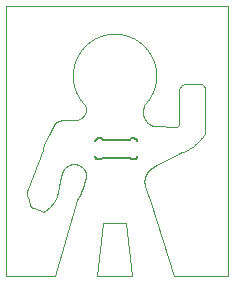
<source format=gbo>
G75*
%MOIN*%
%OFA0B0*%
%FSLAX25Y25*%
%IPPOS*%
%LPD*%
%AMOC8*
5,1,8,0,0,1.08239X$1,22.5*
%
%ADD10C,0.00000*%
%ADD11C,0.00600*%
D10*
X0026000Y0086000D02*
X0026000Y0176000D01*
X0100000Y0176000D01*
X0100000Y0086000D01*
X0082000Y0086000D01*
X0074400Y0110500D01*
X0072900Y0115000D01*
X0072901Y0115000D02*
X0072836Y0115130D01*
X0072774Y0115261D01*
X0072717Y0115394D01*
X0072662Y0115529D01*
X0072612Y0115664D01*
X0072565Y0115802D01*
X0072521Y0115940D01*
X0072482Y0116079D01*
X0072446Y0116220D01*
X0072413Y0116361D01*
X0072385Y0116503D01*
X0072360Y0116646D01*
X0072340Y0116790D01*
X0072323Y0116934D01*
X0072309Y0117078D01*
X0072300Y0117223D01*
X0072295Y0117368D01*
X0072293Y0117513D01*
X0072295Y0117658D01*
X0072301Y0117802D01*
X0072311Y0117947D01*
X0072325Y0118091D01*
X0072343Y0118235D01*
X0072364Y0118379D01*
X0072390Y0118522D01*
X0072419Y0118664D01*
X0072452Y0118805D01*
X0072488Y0118945D01*
X0072529Y0119084D01*
X0072573Y0119222D01*
X0072620Y0119359D01*
X0072672Y0119495D01*
X0072726Y0119629D01*
X0072785Y0119762D01*
X0072847Y0119893D01*
X0072912Y0120022D01*
X0072981Y0120150D01*
X0073053Y0120276D01*
X0073129Y0120399D01*
X0073208Y0120521D01*
X0073290Y0120641D01*
X0073375Y0120758D01*
X0073463Y0120873D01*
X0073555Y0120986D01*
X0073649Y0121096D01*
X0073746Y0121203D01*
X0073846Y0121308D01*
X0073949Y0121411D01*
X0074054Y0121510D01*
X0074162Y0121607D01*
X0074273Y0121701D01*
X0074386Y0121791D01*
X0074501Y0121879D01*
X0074619Y0121964D01*
X0074739Y0122045D01*
X0074861Y0122123D01*
X0074985Y0122198D01*
X0075111Y0122270D01*
X0075239Y0122338D01*
X0075239Y0122339D02*
X0084966Y0127339D01*
X0082776Y0135728D02*
X0075900Y0136000D01*
X0075767Y0136016D01*
X0075634Y0136037D01*
X0075502Y0136062D01*
X0075371Y0136090D01*
X0075241Y0136123D01*
X0075112Y0136159D01*
X0074984Y0136199D01*
X0074857Y0136243D01*
X0074731Y0136291D01*
X0074607Y0136342D01*
X0074485Y0136397D01*
X0074364Y0136455D01*
X0074245Y0136518D01*
X0074128Y0136583D01*
X0074013Y0136652D01*
X0073900Y0136725D01*
X0073789Y0136800D01*
X0073681Y0136879D01*
X0073575Y0136961D01*
X0073471Y0137047D01*
X0073370Y0137135D01*
X0073272Y0137226D01*
X0073176Y0137320D01*
X0073083Y0137417D01*
X0072993Y0137517D01*
X0072907Y0137619D01*
X0072823Y0137724D01*
X0072742Y0137831D01*
X0072665Y0137941D01*
X0072590Y0138053D01*
X0072519Y0138167D01*
X0072452Y0138283D01*
X0072388Y0138401D01*
X0072328Y0138520D01*
X0072271Y0138642D01*
X0072218Y0138765D01*
X0072168Y0138890D01*
X0072122Y0139016D01*
X0072080Y0139143D01*
X0072042Y0139272D01*
X0072007Y0139402D01*
X0071977Y0139532D01*
X0071950Y0139664D01*
X0071927Y0139796D01*
X0071908Y0139929D01*
X0071893Y0140062D01*
X0071882Y0140196D01*
X0071875Y0140330D01*
X0071872Y0140464D01*
X0071873Y0140598D01*
X0071878Y0140733D01*
X0071887Y0140866D01*
X0071900Y0141000D01*
X0072160Y0143055D01*
X0084966Y0127338D02*
X0085328Y0127490D01*
X0085685Y0127651D01*
X0086039Y0127821D01*
X0086388Y0128000D01*
X0086733Y0128187D01*
X0087073Y0128382D01*
X0087409Y0128585D01*
X0087739Y0128797D01*
X0088064Y0129017D01*
X0088384Y0129244D01*
X0088698Y0129480D01*
X0089006Y0129722D01*
X0089308Y0129973D01*
X0089603Y0130230D01*
X0089893Y0130495D01*
X0090176Y0130767D01*
X0090452Y0131046D01*
X0090721Y0131331D01*
X0090983Y0131623D01*
X0091238Y0131921D01*
X0091486Y0132225D01*
X0091726Y0132535D01*
X0091959Y0132851D01*
X0092183Y0133172D01*
X0092400Y0133499D01*
X0092400Y0133500D02*
X0092400Y0148800D01*
X0091567Y0150000D02*
X0085914Y0150000D01*
X0085826Y0149998D01*
X0085739Y0149992D01*
X0085652Y0149983D01*
X0085565Y0149969D01*
X0085479Y0149952D01*
X0085394Y0149931D01*
X0085310Y0149907D01*
X0085227Y0149878D01*
X0085145Y0149846D01*
X0085065Y0149811D01*
X0084987Y0149772D01*
X0084910Y0149730D01*
X0084835Y0149684D01*
X0084762Y0149635D01*
X0084692Y0149583D01*
X0084624Y0149528D01*
X0084558Y0149470D01*
X0084495Y0149409D01*
X0084434Y0149346D01*
X0084377Y0149280D01*
X0084322Y0149211D01*
X0084271Y0149140D01*
X0084222Y0149067D01*
X0084177Y0148992D01*
X0084135Y0148915D01*
X0084097Y0148836D01*
X0084062Y0148756D01*
X0084031Y0148674D01*
X0084003Y0148591D01*
X0083979Y0148506D01*
X0083959Y0148421D01*
X0083942Y0148335D01*
X0083929Y0148248D01*
X0083920Y0148161D01*
X0083915Y0148073D01*
X0083914Y0147986D01*
X0083971Y0139000D01*
X0083739Y0136379D01*
X0083707Y0136319D01*
X0083672Y0136262D01*
X0083633Y0136206D01*
X0083592Y0136153D01*
X0083547Y0136102D01*
X0083500Y0136054D01*
X0083450Y0136009D01*
X0083397Y0135966D01*
X0083343Y0135927D01*
X0083286Y0135891D01*
X0083227Y0135858D01*
X0083166Y0135828D01*
X0083104Y0135802D01*
X0083040Y0135780D01*
X0082975Y0135761D01*
X0082909Y0135746D01*
X0082843Y0135735D01*
X0082776Y0135728D01*
X0092400Y0148800D02*
X0092372Y0148889D01*
X0092340Y0148976D01*
X0092305Y0149062D01*
X0092267Y0149147D01*
X0092225Y0149230D01*
X0092180Y0149311D01*
X0092132Y0149390D01*
X0092080Y0149468D01*
X0092026Y0149543D01*
X0091968Y0149616D01*
X0091908Y0149686D01*
X0091845Y0149755D01*
X0091779Y0149820D01*
X0091711Y0149883D01*
X0091640Y0149943D01*
X0091566Y0150000D01*
X0072159Y0143056D02*
X0072397Y0143299D01*
X0072628Y0143548D01*
X0072853Y0143802D01*
X0073072Y0144062D01*
X0073285Y0144328D01*
X0073491Y0144598D01*
X0073690Y0144873D01*
X0073882Y0145153D01*
X0074068Y0145438D01*
X0074247Y0145727D01*
X0074418Y0146020D01*
X0074582Y0146318D01*
X0074739Y0146619D01*
X0074889Y0146924D01*
X0075031Y0147233D01*
X0075166Y0147545D01*
X0075292Y0147861D01*
X0075412Y0148179D01*
X0075523Y0148500D01*
X0075626Y0148824D01*
X0075722Y0149150D01*
X0075809Y0149478D01*
X0075889Y0149809D01*
X0075960Y0150141D01*
X0076023Y0150475D01*
X0076079Y0150810D01*
X0076125Y0151147D01*
X0076164Y0151484D01*
X0076194Y0151823D01*
X0076217Y0152162D01*
X0076230Y0152502D01*
X0076236Y0152841D01*
X0076233Y0153181D01*
X0076222Y0153521D01*
X0076203Y0153860D01*
X0076175Y0154199D01*
X0076139Y0154537D01*
X0076095Y0154874D01*
X0076043Y0155210D01*
X0075982Y0155544D01*
X0075914Y0155877D01*
X0075837Y0156208D01*
X0075752Y0156537D01*
X0075659Y0156864D01*
X0075558Y0157188D01*
X0075450Y0157510D01*
X0075333Y0157830D01*
X0075209Y0158146D01*
X0075077Y0158459D01*
X0074937Y0158769D01*
X0074790Y0159075D01*
X0074636Y0159378D01*
X0074474Y0159677D01*
X0074305Y0159972D01*
X0074128Y0160262D01*
X0073945Y0160548D01*
X0073755Y0160830D01*
X0073558Y0161107D01*
X0073354Y0161379D01*
X0073144Y0161646D01*
X0072927Y0161907D01*
X0072704Y0162164D01*
X0072474Y0162415D01*
X0072239Y0162660D01*
X0071998Y0162899D01*
X0071751Y0163132D01*
X0071498Y0163360D01*
X0071240Y0163581D01*
X0070976Y0163795D01*
X0070708Y0164004D01*
X0070434Y0164205D01*
X0070156Y0164400D01*
X0069872Y0164588D01*
X0069585Y0164769D01*
X0069293Y0164943D01*
X0068997Y0165109D01*
X0068697Y0165269D01*
X0068393Y0165421D01*
X0068085Y0165566D01*
X0067774Y0165703D01*
X0067460Y0165832D01*
X0067143Y0165954D01*
X0066822Y0166068D01*
X0066500Y0166174D01*
X0066174Y0166272D01*
X0065846Y0166362D01*
X0065517Y0166444D01*
X0065185Y0166518D01*
X0064852Y0166584D01*
X0064517Y0166642D01*
X0064181Y0166692D01*
X0063843Y0166733D01*
X0063505Y0166766D01*
X0063166Y0166791D01*
X0062827Y0166808D01*
X0062487Y0166816D01*
X0062147Y0166816D01*
X0061807Y0166808D01*
X0061468Y0166791D01*
X0061129Y0166766D01*
X0060791Y0166733D01*
X0060453Y0166692D01*
X0060117Y0166642D01*
X0059782Y0166584D01*
X0059449Y0166518D01*
X0059117Y0166444D01*
X0058788Y0166362D01*
X0058460Y0166272D01*
X0058134Y0166174D01*
X0057812Y0166068D01*
X0057491Y0165954D01*
X0057174Y0165832D01*
X0056860Y0165703D01*
X0056549Y0165566D01*
X0056241Y0165421D01*
X0055937Y0165269D01*
X0055637Y0165109D01*
X0055341Y0164943D01*
X0055049Y0164769D01*
X0054762Y0164588D01*
X0054478Y0164400D01*
X0054200Y0164205D01*
X0053926Y0164004D01*
X0053658Y0163795D01*
X0053394Y0163581D01*
X0053136Y0163360D01*
X0052883Y0163132D01*
X0052636Y0162899D01*
X0052395Y0162660D01*
X0052160Y0162415D01*
X0051930Y0162164D01*
X0051707Y0161907D01*
X0051490Y0161646D01*
X0051280Y0161379D01*
X0051076Y0161107D01*
X0050879Y0160830D01*
X0050689Y0160548D01*
X0050506Y0160262D01*
X0050329Y0159972D01*
X0050160Y0159677D01*
X0049998Y0159378D01*
X0049844Y0159075D01*
X0049697Y0158769D01*
X0049557Y0158459D01*
X0049425Y0158146D01*
X0049301Y0157830D01*
X0049184Y0157510D01*
X0049076Y0157188D01*
X0048975Y0156864D01*
X0048882Y0156537D01*
X0048797Y0156208D01*
X0048720Y0155877D01*
X0048652Y0155544D01*
X0048591Y0155210D01*
X0048539Y0154874D01*
X0048495Y0154537D01*
X0048459Y0154199D01*
X0048431Y0153860D01*
X0048412Y0153521D01*
X0048401Y0153181D01*
X0048398Y0152841D01*
X0048404Y0152502D01*
X0048417Y0152162D01*
X0048440Y0151823D01*
X0048470Y0151484D01*
X0048509Y0151147D01*
X0048555Y0150810D01*
X0048611Y0150475D01*
X0048674Y0150141D01*
X0048745Y0149809D01*
X0048825Y0149478D01*
X0048912Y0149150D01*
X0049008Y0148824D01*
X0049111Y0148500D01*
X0049222Y0148179D01*
X0049342Y0147861D01*
X0049468Y0147545D01*
X0049603Y0147233D01*
X0049745Y0146924D01*
X0049895Y0146619D01*
X0050052Y0146318D01*
X0050216Y0146020D01*
X0050387Y0145727D01*
X0050566Y0145438D01*
X0050752Y0145153D01*
X0050944Y0144873D01*
X0051143Y0144598D01*
X0051349Y0144328D01*
X0051562Y0144062D01*
X0051781Y0143802D01*
X0052006Y0143548D01*
X0052237Y0143299D01*
X0052475Y0143056D01*
X0052475Y0143055D02*
X0052900Y0142000D01*
X0052898Y0141874D01*
X0052892Y0141749D01*
X0052882Y0141624D01*
X0052868Y0141499D01*
X0052851Y0141374D01*
X0052829Y0141250D01*
X0052804Y0141127D01*
X0052774Y0141005D01*
X0052741Y0140884D01*
X0052704Y0140764D01*
X0052664Y0140645D01*
X0052619Y0140528D01*
X0052571Y0140411D01*
X0052519Y0140297D01*
X0052464Y0140184D01*
X0052405Y0140073D01*
X0052343Y0139964D01*
X0052277Y0139857D01*
X0052208Y0139752D01*
X0052136Y0139649D01*
X0052061Y0139548D01*
X0051982Y0139450D01*
X0051900Y0139355D01*
X0051816Y0139262D01*
X0051728Y0139172D01*
X0051638Y0139084D01*
X0051545Y0139000D01*
X0051450Y0138918D01*
X0051352Y0138839D01*
X0051251Y0138764D01*
X0051148Y0138692D01*
X0051043Y0138623D01*
X0050936Y0138557D01*
X0050827Y0138495D01*
X0050716Y0138436D01*
X0050603Y0138381D01*
X0050489Y0138329D01*
X0050372Y0138281D01*
X0050255Y0138236D01*
X0050136Y0138196D01*
X0050016Y0138159D01*
X0049895Y0138126D01*
X0049773Y0138096D01*
X0049650Y0138071D01*
X0049526Y0138049D01*
X0049401Y0138032D01*
X0049276Y0138018D01*
X0049151Y0138008D01*
X0049026Y0138002D01*
X0048900Y0138000D01*
X0046023Y0138000D01*
X0042001Y0136521D02*
X0040363Y0133075D01*
X0042001Y0136520D02*
X0042098Y0136620D01*
X0042198Y0136716D01*
X0042300Y0136809D01*
X0042406Y0136900D01*
X0042513Y0136987D01*
X0042623Y0137072D01*
X0042736Y0137153D01*
X0042851Y0137231D01*
X0042968Y0137305D01*
X0043087Y0137376D01*
X0043208Y0137444D01*
X0043331Y0137508D01*
X0043455Y0137569D01*
X0043582Y0137626D01*
X0043710Y0137680D01*
X0043839Y0137729D01*
X0043970Y0137775D01*
X0044102Y0137818D01*
X0044236Y0137856D01*
X0044370Y0137891D01*
X0044505Y0137922D01*
X0044641Y0137948D01*
X0044778Y0137971D01*
X0044915Y0137990D01*
X0045053Y0138005D01*
X0045192Y0138017D01*
X0045330Y0138024D01*
X0045469Y0138027D01*
X0045607Y0138026D01*
X0045746Y0138021D01*
X0045884Y0138012D01*
X0046023Y0138000D01*
X0038426Y0128242D02*
X0033400Y0114929D01*
X0038674Y0107522D02*
X0038879Y0107640D01*
X0039081Y0107762D01*
X0039280Y0107890D01*
X0039477Y0108022D01*
X0039669Y0108159D01*
X0039859Y0108300D01*
X0040045Y0108446D01*
X0040227Y0108597D01*
X0040406Y0108751D01*
X0040581Y0108910D01*
X0040752Y0109074D01*
X0040919Y0109241D01*
X0041082Y0109412D01*
X0041241Y0109587D01*
X0041396Y0109766D01*
X0041546Y0109949D01*
X0041692Y0110135D01*
X0041833Y0110325D01*
X0041970Y0110517D01*
X0042102Y0110714D01*
X0042229Y0110913D01*
X0042352Y0111115D01*
X0042469Y0111320D01*
X0042582Y0111528D01*
X0042689Y0111739D01*
X0042792Y0111952D01*
X0042889Y0112168D01*
X0042981Y0112386D01*
X0043068Y0112605D01*
X0043149Y0112827D01*
X0043225Y0113051D01*
X0043296Y0113277D01*
X0043361Y0113504D01*
X0043421Y0113733D01*
X0043475Y0113963D01*
X0043524Y0114195D01*
X0043567Y0114427D01*
X0043604Y0114661D01*
X0043636Y0114895D01*
X0043662Y0115130D01*
X0043683Y0115366D01*
X0043697Y0115602D01*
X0043707Y0115838D01*
X0043706Y0115838D02*
X0044200Y0117800D01*
X0044800Y0120300D01*
X0044835Y0120423D01*
X0044875Y0120545D01*
X0044918Y0120666D01*
X0044965Y0120785D01*
X0045016Y0120903D01*
X0045070Y0121019D01*
X0045128Y0121134D01*
X0045189Y0121247D01*
X0045254Y0121357D01*
X0045322Y0121466D01*
X0045394Y0121573D01*
X0045468Y0121677D01*
X0045546Y0121779D01*
X0045627Y0121878D01*
X0045711Y0121975D01*
X0045798Y0122070D01*
X0045888Y0122161D01*
X0045981Y0122250D01*
X0046076Y0122336D01*
X0046174Y0122419D01*
X0046274Y0122499D01*
X0046377Y0122576D01*
X0046482Y0122649D01*
X0046590Y0122719D01*
X0046699Y0122786D01*
X0046811Y0122850D01*
X0046924Y0122910D01*
X0047039Y0122966D01*
X0047156Y0123019D01*
X0047275Y0123068D01*
X0047394Y0123114D01*
X0047516Y0123156D01*
X0047638Y0123194D01*
X0047762Y0123229D01*
X0047886Y0123259D01*
X0048012Y0123286D01*
X0048138Y0123309D01*
X0048265Y0123328D01*
X0048392Y0123343D01*
X0048520Y0123354D01*
X0048648Y0123361D01*
X0048777Y0123364D01*
X0048905Y0123363D01*
X0049033Y0123358D01*
X0049161Y0123350D01*
X0049289Y0123337D01*
X0049416Y0123320D01*
X0049543Y0123300D01*
X0049669Y0123276D01*
X0049794Y0123247D01*
X0049918Y0123215D01*
X0050041Y0123179D01*
X0050163Y0123140D01*
X0050284Y0123096D01*
X0050403Y0123049D01*
X0050521Y0122998D01*
X0050637Y0122944D01*
X0050752Y0122886D01*
X0050864Y0122825D01*
X0050975Y0122760D01*
X0051084Y0122691D01*
X0051190Y0122620D01*
X0051294Y0122545D01*
X0051396Y0122467D01*
X0051496Y0122386D01*
X0051593Y0122302D01*
X0051687Y0122215D01*
X0051778Y0122125D01*
X0051867Y0122032D01*
X0051953Y0121937D01*
X0052036Y0121839D01*
X0052115Y0121738D01*
X0052192Y0121635D01*
X0052265Y0121530D01*
X0052336Y0121423D01*
X0052402Y0121313D01*
X0052466Y0121202D01*
X0052526Y0121088D01*
X0052582Y0120973D01*
X0052635Y0120856D01*
X0052684Y0120737D01*
X0052730Y0120617D01*
X0052771Y0120496D01*
X0052809Y0120374D01*
X0052844Y0120250D01*
X0052874Y0120125D01*
X0052901Y0120000D01*
X0038426Y0128242D02*
X0038499Y0128583D01*
X0038581Y0128922D01*
X0038671Y0129260D01*
X0038769Y0129595D01*
X0038875Y0129927D01*
X0038989Y0130257D01*
X0039111Y0130584D01*
X0039241Y0130908D01*
X0039378Y0131229D01*
X0039524Y0131546D01*
X0039677Y0131860D01*
X0039837Y0132170D01*
X0040005Y0132476D01*
X0040180Y0132778D01*
X0040363Y0133075D01*
X0052900Y0120000D02*
X0052798Y0119404D01*
X0052682Y0118811D01*
X0052551Y0118221D01*
X0052406Y0117635D01*
X0052247Y0117052D01*
X0052074Y0116473D01*
X0051887Y0115898D01*
X0051686Y0115328D01*
X0051471Y0114764D01*
X0051242Y0114204D01*
X0051000Y0113651D01*
X0050745Y0113103D01*
X0050476Y0112562D01*
X0050195Y0112027D01*
X0049900Y0111500D01*
X0042500Y0086000D01*
X0026000Y0086000D01*
X0035359Y0108622D02*
X0038674Y0107522D01*
X0035359Y0108622D02*
X0035280Y0108647D01*
X0035202Y0108675D01*
X0035125Y0108707D01*
X0035050Y0108743D01*
X0034977Y0108782D01*
X0034905Y0108824D01*
X0034836Y0108870D01*
X0034768Y0108919D01*
X0034704Y0108971D01*
X0034641Y0109025D01*
X0034581Y0109083D01*
X0034524Y0109143D01*
X0034470Y0109206D01*
X0034418Y0109271D01*
X0034370Y0109339D01*
X0034325Y0109409D01*
X0034283Y0109480D01*
X0034244Y0109554D01*
X0034209Y0109629D01*
X0034178Y0109706D01*
X0034150Y0109784D01*
X0034125Y0109864D01*
X0034105Y0109944D01*
X0034088Y0110026D01*
X0033400Y0112280D01*
X0033400Y0112279D02*
X0033358Y0112390D01*
X0033320Y0112501D01*
X0033286Y0112614D01*
X0033255Y0112728D01*
X0033229Y0112843D01*
X0033205Y0112959D01*
X0033186Y0113075D01*
X0033171Y0113192D01*
X0033159Y0113309D01*
X0033151Y0113427D01*
X0033147Y0113545D01*
X0033147Y0113663D01*
X0033151Y0113781D01*
X0033159Y0113899D01*
X0033171Y0114016D01*
X0033186Y0114133D01*
X0033205Y0114249D01*
X0033229Y0114365D01*
X0033255Y0114480D01*
X0033286Y0114594D01*
X0033320Y0114707D01*
X0033358Y0114818D01*
X0033400Y0114929D01*
X0058380Y0103622D02*
X0056500Y0086000D01*
X0068000Y0086000D01*
X0066254Y0103622D01*
X0058380Y0103622D01*
D11*
X0057900Y0125000D02*
X0056900Y0125000D01*
X0056840Y0125002D01*
X0056779Y0125007D01*
X0056720Y0125016D01*
X0056661Y0125029D01*
X0056602Y0125045D01*
X0056545Y0125065D01*
X0056490Y0125088D01*
X0056435Y0125115D01*
X0056383Y0125144D01*
X0056332Y0125177D01*
X0056283Y0125213D01*
X0056237Y0125251D01*
X0056193Y0125293D01*
X0056151Y0125337D01*
X0056113Y0125383D01*
X0056077Y0125432D01*
X0056044Y0125483D01*
X0056015Y0125535D01*
X0055988Y0125590D01*
X0055965Y0125645D01*
X0055945Y0125702D01*
X0055929Y0125761D01*
X0055916Y0125820D01*
X0055907Y0125879D01*
X0055902Y0125940D01*
X0055900Y0126000D01*
X0057900Y0125000D02*
X0058400Y0125500D01*
X0067400Y0125500D01*
X0067900Y0125000D01*
X0068900Y0125000D01*
X0068960Y0125002D01*
X0069021Y0125007D01*
X0069080Y0125016D01*
X0069139Y0125029D01*
X0069198Y0125045D01*
X0069255Y0125065D01*
X0069310Y0125088D01*
X0069365Y0125115D01*
X0069417Y0125144D01*
X0069468Y0125177D01*
X0069517Y0125213D01*
X0069563Y0125251D01*
X0069607Y0125293D01*
X0069649Y0125337D01*
X0069687Y0125383D01*
X0069723Y0125432D01*
X0069756Y0125483D01*
X0069785Y0125535D01*
X0069812Y0125590D01*
X0069835Y0125645D01*
X0069855Y0125702D01*
X0069871Y0125761D01*
X0069884Y0125820D01*
X0069893Y0125879D01*
X0069898Y0125940D01*
X0069900Y0126000D01*
X0069900Y0131000D02*
X0069898Y0131060D01*
X0069893Y0131121D01*
X0069884Y0131180D01*
X0069871Y0131239D01*
X0069855Y0131298D01*
X0069835Y0131355D01*
X0069812Y0131410D01*
X0069785Y0131465D01*
X0069756Y0131517D01*
X0069723Y0131568D01*
X0069687Y0131617D01*
X0069649Y0131663D01*
X0069607Y0131707D01*
X0069563Y0131749D01*
X0069517Y0131787D01*
X0069468Y0131823D01*
X0069417Y0131856D01*
X0069365Y0131885D01*
X0069310Y0131912D01*
X0069255Y0131935D01*
X0069198Y0131955D01*
X0069139Y0131971D01*
X0069080Y0131984D01*
X0069021Y0131993D01*
X0068960Y0131998D01*
X0068900Y0132000D01*
X0067900Y0132000D01*
X0067400Y0131500D01*
X0058400Y0131500D01*
X0057900Y0132000D01*
X0056900Y0132000D01*
X0056840Y0131998D01*
X0056779Y0131993D01*
X0056720Y0131984D01*
X0056661Y0131971D01*
X0056602Y0131955D01*
X0056545Y0131935D01*
X0056490Y0131912D01*
X0056435Y0131885D01*
X0056383Y0131856D01*
X0056332Y0131823D01*
X0056283Y0131787D01*
X0056237Y0131749D01*
X0056193Y0131707D01*
X0056151Y0131663D01*
X0056113Y0131617D01*
X0056077Y0131568D01*
X0056044Y0131517D01*
X0056015Y0131465D01*
X0055988Y0131410D01*
X0055965Y0131355D01*
X0055945Y0131298D01*
X0055929Y0131239D01*
X0055916Y0131180D01*
X0055907Y0131121D01*
X0055902Y0131060D01*
X0055900Y0131000D01*
M02*

</source>
